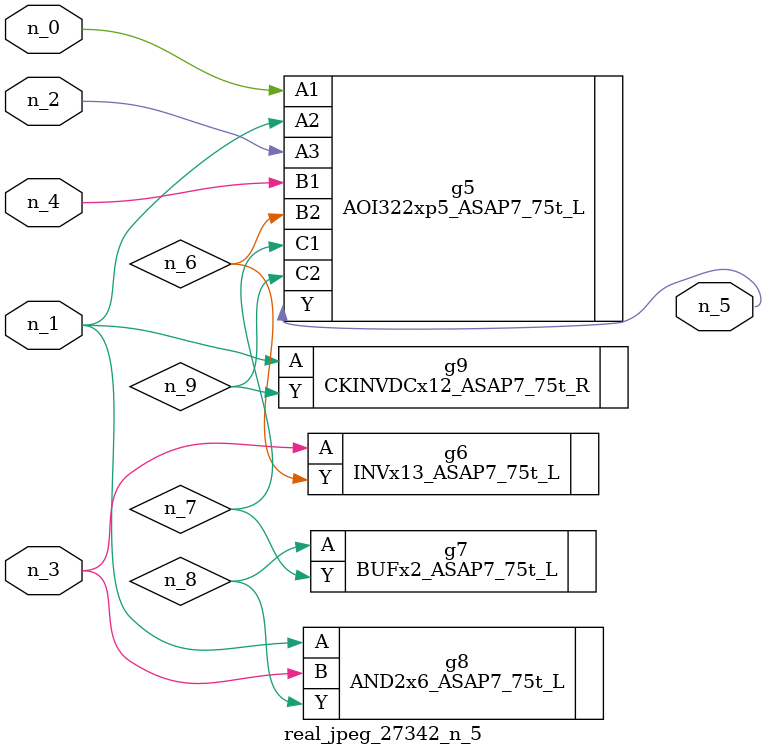
<source format=v>
module real_jpeg_27342_n_5 (n_4, n_0, n_1, n_2, n_3, n_5);

input n_4;
input n_0;
input n_1;
input n_2;
input n_3;

output n_5;

wire n_8;
wire n_6;
wire n_7;
wire n_9;

AOI322xp5_ASAP7_75t_L g5 ( 
.A1(n_0),
.A2(n_1),
.A3(n_2),
.B1(n_4),
.B2(n_6),
.C1(n_7),
.C2(n_9),
.Y(n_5)
);

AND2x6_ASAP7_75t_L g8 ( 
.A(n_1),
.B(n_3),
.Y(n_8)
);

CKINVDCx12_ASAP7_75t_R g9 ( 
.A(n_1),
.Y(n_9)
);

INVx13_ASAP7_75t_L g6 ( 
.A(n_3),
.Y(n_6)
);

BUFx2_ASAP7_75t_L g7 ( 
.A(n_8),
.Y(n_7)
);


endmodule
</source>
